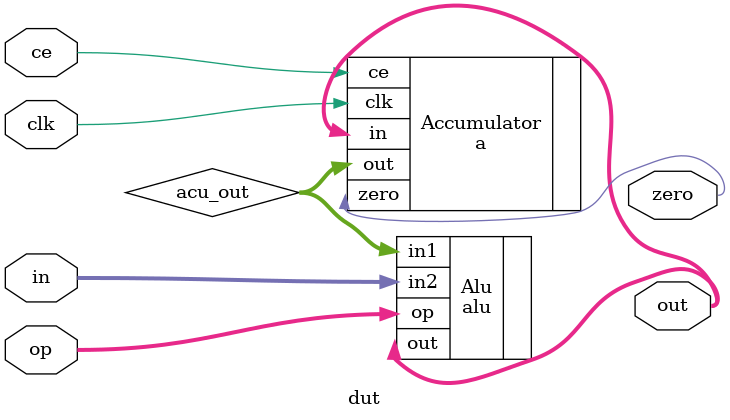
<source format=sv>
`include "./src/basic/a.v"
`include "./src/basic/alu.v"

module dut(clk, ce, zero, op, in, out);

    input clk, ce;
    input [7:0] op;
    input [15:0] in;
    output zero;
    output [15:0] out;

    wire [15:0] acu_out;

    alu #(.WIDTH(16)) Alu(
		.in1(acu_out),
		.in2(in),
		.op(op),
		.out(out)
	);

	a #(.WIDTH(16)) Accumulator(
		.clk(clk),
		.ce(ce),
		.in(out),
		.zero(zero),
		.out(acu_out)
	);


endmodule
</source>
